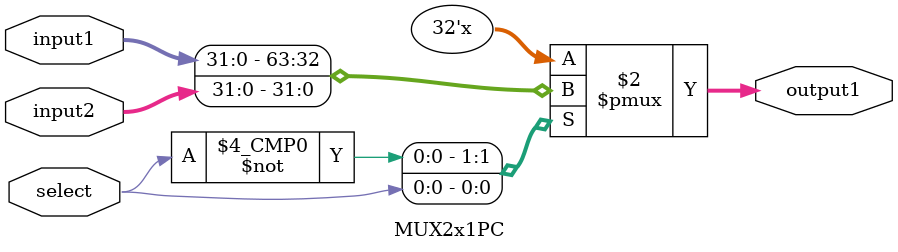
<source format=v>
`timescale 1ns/100ps
/* ************************************************************************************************************* */
module cpu(PC, INSTRUCTION, CLK, RESET, WRITEDATA, READDATA, ADDRESS, WRITE, READ, BUSYWAIT);

/*****Declaration of reg/wires*****/

//inputs and outputs to the CPU 
    input [31:0]INSTRUCTION;                    //inputs Instruction
    input CLK, RESET;
    input BUSYWAIT;                           //input clock an reset
    output reg [31:0] PC;                       //outputs the next instruciton to be executed(PC)

    //inputs/outputs to the data memory
    output [7:0] WRITEDATA, ADDRESS;            //outputs to the data memory 
    output WRITE, READ;

    input [7:0]  READDATA;                      //input reada data from data memory

//PC register afetr +4
    reg [31:0] PCregister;

//PC register after the branch/jump
    reg [31:0] PCregister_JB;

//Output of the branch mux 
    wire [31:0] PCvalue;

//extracted OPCODE, Read registeer1, readregister2, writing register and immediate value
    reg [2:0] READREG1, READREG2, INADDRESS;    //registers to store registers to read and write
    reg [7:0] OPCODE;
    reg signed[7:0] IMMEDIATE;
    reg signed[31:0] IMMEDIATE_JB;              //register to store an immediatee value for branch/jump instructions

//Control signal outputs of the Control Unit
    wire WRITEENABLE;                           // Input signal to the register file
    wire SUB_ADD, IMM;                          // Select signals to the two muxs
    wire JUMP, BRANCH;                          // Used in the jump/branch selection muxs                                                
    wire [2:0] ALUOP;                           // Select signal for the ALU
    wire left_right;                            // Select bit for left or right shift

// The output of the AND gate which determines whether beq is taken or not    
    wire JUMP_TAKEN, BEQ_TAKEN;

// The output of the AND gate which determines whether bne is taken or not
    wire BNE_TAKEN;

// The output of the OR gate to be used as the select bit of the mux
    wire SEL;                       

//register file output wire connections
    wire signed [7:0] OUT1, OUT2;   

//outputs of muxs and ALU
    wire signed[7:0] OUT2_1, OUT2_2, ALURESULT;
    wire ZERO;                                  // A wire to the input of the and gate
                                                // Carries a value of 1 if the subtraction is 0 (register values are equal)

//for getting 2s Complement
    reg signed[7:0] OUT2_2s;

//control  signals/wires for choosing result  over memory read
    wire[7:0] RESULT;
    wire AluOrMemRead;

/***BEGIN OPERATIONS***/

/***********************************************PC MODULE BEGIN****************************************************/
//synchronous always block for PC update
    always @(posedge CLK) begin

            if(!BUSYWAIT) begin                     //if busywait is not asserted move to next instruction else stall     
            #1                                      // Unit time delay
                if (RESET) PC = 0;                  //for reseting CPU and Register
                           
                else PC = PCvalue;                  //else move to next instruction
            end

    end    

//always block to increment the pc register value
    always @(PC) begin
        #1                              // Unit time delay
        PCregister = PC + 4;
    end

//An adder to calculate the branch/jump addresses
    always @(PCregister)
    #1
    begin
        #2 PCregister_JB = PCregister + (4*IMMEDIATE_JB);
    end 

//instantiate the beq mux
    MUX2x1PC mux_branch(PCvalue, PCregister, PCregister_JB, SEL);


/**********************************************END OF PC MODULE***************************************************/

//always block to extract instruction parts. Trigger when an instruciton is recieved.
    always @(INSTRUCTION) begin
    
    OPCODE = INSTRUCTION[31:24];            //extract  opcode from instruction
    INADDRESS = INSTRUCTION[23:16];         //extract writing register
    READREG1 = INSTRUCTION[15:8];           //extract Read register 1 from instruction
    READREG2 = INSTRUCTION[7:0];            //Read register 2 from instruction
    IMMEDIATE = INSTRUCTION[7:0];           //extract immediate value from instruction
    IMMEDIATE_JB = $signed(INSTRUCTION[23:16]);      //extract the immediate value for j/beq instructions if any and sign extend it
    
    end
//initiating control unit
    ControlUnit CU(INSTRUCTION, WRITEENABLE, ALUOP, SUB_ADD, IMM, JUMP, BRANCH, left_right, OPCODE, BUSYWAIT, READ, WRITE,AluOrMemRead);

//selecting result or memory output
    MUX2x1 memOrResult(RESULT, ALURESULT, READDATA, AluOrMemRead);

//creating register file object
    reg_file register(RESULT, OUT1, OUT2, INADDRESS, READREG1, READREG2, WRITEENABLE, CLK, RESET);

//always block to get 2s Complement. The always block is triggered whenever the OUT2 changes
    always @(OUT2) begin
        #1                                      //delay 1 seconds
        OUT2_2s = ~OUT2 + 8'd1;                 //increment by 1 to get 2s complement
    end

//choosing 2s complement
    MUX2x1 Mux1(OUT2_1, OUT2, OUT2_2s, SUB_ADD);

//chosing immediate value or  register value
    MUX2x1 Mux2(OUT2_2, OUT2_1, IMMEDIATE, IMM);

//feeding result to ALU. Create an alu object
    alu ALU(OUT1, OUT2_2, ALURESULT, ALUOP, left_right,ZERO);               //delay of #2 maximum

//And gate for the jump instruction
    and A3 (JUMP_TAKEN,  JUMP, ~BRANCH);

//And gate for the beq instruction
    and A1(BEQ_TAKEN, BRANCH, ~JUMP, ZERO);

//And gate for the bne instruction
    and A2(BNE_TAKEN, BRANCH, JUMP, ~ZERO);

// Or gate to see for a jump, beq or bne
    or O1 (SEL, JUMP_TAKEN, BEQ_TAKEN, BNE_TAKEN);

//inputs  for data memory
    assign WRITEDATA = OUT1;
    assign ADDRESS = ALURESULT;

endmodule

//module for Control unit
module ControlUnit (INSTRUCTION,WRITEENABLE, ALUOP, SUB_ADD, IMM, JUMP, BRANCH, left_right, OPCODE, BUSYWAIT, READ, WRITE,AluOrMemRead);

//Output control signals   
    output reg SUB_ADD,IMM, WRITEENABLE, JUMP, BRANCH, left_right, READ, WRITE, AluOrMemRead;
    output reg [2:0] ALUOP;

//Input signal
    input [7:0] OPCODE;
    input BUSYWAIT;
    input [31:0]INSTRUCTION;   

//always block to set ALUOP
    always @(INSTRUCTION) begin

        WRITEENABLE = 0;
        #1                          //delay of 1 time unit
        case(OPCODE)

        8'd0: {ALUOP, SUB_ADD, IMM, WRITEENABLE, JUMP, BRANCH, READ, WRITE,AluOrMemRead} <= 11'b000_0_1_1_0_0_0_0_0;         //loadi
        8'd1: {ALUOP, SUB_ADD, IMM, WRITEENABLE, JUMP, BRANCH, READ, WRITE,AluOrMemRead} <= 11'b000_0_0_1_0_0_0_0_0;         //mov
        8'd2: {ALUOP, SUB_ADD, IMM, WRITEENABLE, JUMP, BRANCH, READ, WRITE,AluOrMemRead} <= 11'b001_0_0_1_0_0_0_0_0;         //add
        8'd3: {ALUOP, SUB_ADD, IMM, WRITEENABLE, JUMP, BRANCH, READ, WRITE,AluOrMemRead} <= 11'b001_1_0_1_0_0_0_0_0;         //sub
        8'd4: {ALUOP, SUB_ADD, IMM, WRITEENABLE, JUMP, BRANCH, READ, WRITE,AluOrMemRead} <= 11'b010_0_0_1_0_0_0_0_0;         //and
        8'd5: {ALUOP, SUB_ADD, IMM, WRITEENABLE, JUMP, BRANCH, READ, WRITE,AluOrMemRead} <= 11'b011_0_0_1_0_0_0_0_0;         //or
        8'd6: {SUB_ADD, IMM, WRITEENABLE, JUMP, BRANCH, READ, WRITE,AluOrMemRead} <= 8'b0_0_0_1_0_0_0_0;                    //jump
        8'd7: {ALUOP, SUB_ADD, IMM, WRITEENABLE, JUMP, BRANCH, READ, WRITE,AluOrMemRead} <= 11'b001_1_0_0_0_1_0_0_0;         //beq

        8'd8: {ALUOP, SUB_ADD, IMM, WRITEENABLE, JUMP, BRANCH, READ, WRITE,AluOrMemRead} <= 11'b000_0_0_1_0_0_1_0_1;         //lwd
        8'd9: {ALUOP, SUB_ADD, IMM, WRITEENABLE, JUMP, BRANCH, READ, WRITE,AluOrMemRead} <= 11'b000_0_1_1_0_0_1_0_1;         //lwi
        8'd10: {ALUOP, SUB_ADD, IMM, WRITEENABLE, JUMP, BRANCH, READ, WRITE, AluOrMemRead} <= 11'b000_0_0_0_0_0_0_1_0;        //swd
        8'd11: {ALUOP, SUB_ADD, IMM, WRITEENABLE, JUMP, BRANCH, READ, WRITE, AluOrMemRead} <= 11'b000_0_1_0_0_0_0_1_0;        //swi

        8'd12: {ALUOP, SUB_ADD, IMM, WRITEENABLE, JUMP, BRANCH, READ, WRITE,AluOrMemRead} <= 11'b001_1_0_0_1_1_0_0_0;        //bne
        8'd13: {ALUOP, SUB_ADD, IMM, WRITEENABLE, JUMP, BRANCH, left_right, READ, WRITE,AluOrMemRead} <= 12'b100_0_1_1_0_0_1_0_0_0;        //sll
        8'd14: {ALUOP, SUB_ADD, IMM, WRITEENABLE, JUMP, BRANCH, left_right, READ, WRITE,AluOrMemRead} <= 12'b100_0_1_1_0_0_0_0_0_0;        //sr1 
        8'd15: {ALUOP, SUB_ADD, IMM, WRITEENABLE, JUMP, BRANCH, READ, WRITE,AluOrMemRead} <= 11'b101_0_1_1_0_0_0_0_0;                      //sra
        8'd16: {ALUOP, SUB_ADD, IMM, WRITEENABLE, JUMP, BRANCH, READ, WRITE,AluOrMemRead} <= 11'b110_0_1_1_0_0_0_0_0;        //ror
        8'd17: {ALUOP, SUB_ADD, IMM, WRITEENABLE, JUMP, BRANCH, READ, WRITE,AluOrMemRead} <= 11'b111_0_0_1_0_0_0_0_0;        //mult

        endcase
        
    end

//for lwd/lwi instructions make WRITENABLE 1 only after data is loaded from the memory to prevent unknown values
//when BUSYWAIT signal is asserted wait for data to be loaded from the memory (40 time units) and make WRITEENABLE 1

    always @(BUSYWAIT) begin

        if(BUSYWAIT) begin
            WRITEENABLE=1'b0;
        end
        
        else if(!BUSYWAIT) begin
            if(READ) WRITEENABLE=1'b1;
            READ = 1'b0;
            WRITE = 1'b0;
        end
    end

endmodule


//2x1 MUX module- for 8 bit inputs and outputs
module MUX2x1(output1, input1, input2, select);
    
    //inputs - select bit and two inputs
    input [7:0]input1, input2;
    input select;        

    output reg [7:0]output1;                     //chosen input to be sent as the output

    //case block to implement the MUX
    always @(input1, input2, select) begin
      case (select)
        1'b0: output1 = input1;          //first choice  
        1'b1: output1 = input2;          //second choice
        
    endcase  
    end

endmodule

//2x1 MUX module- for 32 bit inputs and outputs
module MUX2x1PC(output1, input1, input2, select);
    
    //inputs - select bit and two inputs
    input [31:0]input1, input2;
    input select;        

    output reg [31:0]output1;                     //chosen input to be sent as the output

    //case block to implement the MUX
    always @(input1, input2, select) begin
      case (select)
        1'b0: output1 = input1;          //first choice  
        1'b1: output1 = input2;          //second choice
        
    endcase  
    end

endmodule
</source>
